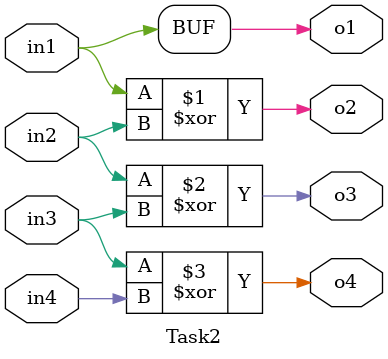
<source format=v>

module Task2(in1,in2,in3,in4,o1,o2,o3,o4 );
input in1,in2,in3,in4;
output o1,o2,o3,o4;
assign o1=in1;
assign o2 = in1^in2;
assign o3 = in2^in3;
assign o4 = in3 ^ in4;
endmodule

</source>
